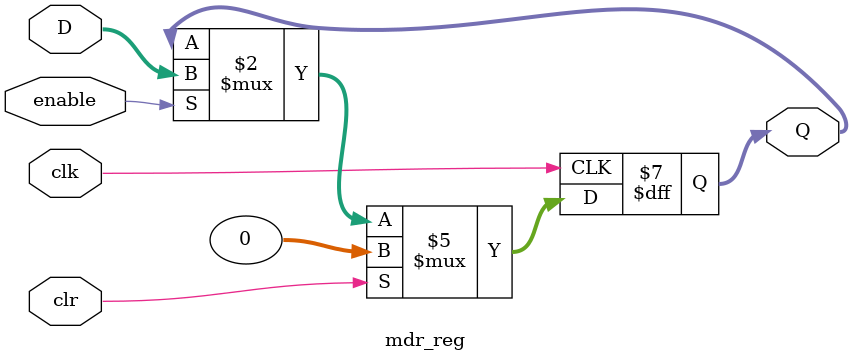
<source format=v>
module mdr_reg(D, Q, clk, clr, enable);
	input [31:0] D;
	input clk, clr, enable;
	output [31:0] Q;
	reg [31:0] Q;
	
	always @(posedge clk)
	begin
		if(clr)
			Q <= 0;
		else if(enable)
			Q <= D;
	end
endmodule

</source>
